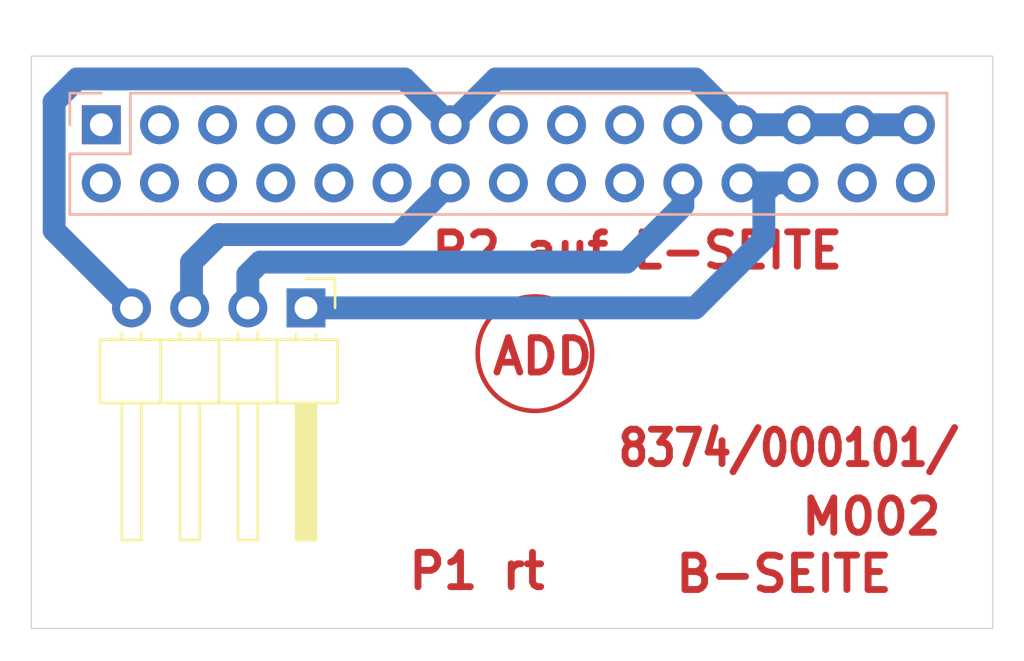
<source format=kicad_pcb>
(kicad_pcb (version 20241229) (generator "pcbnew") (generator_version "9.0")
  (layers (0 "F.Cu" signal) (2 "B.Cu" signal) (13 "F.Paste" user) (15 "B.Paste" user) (5 "F.SilkS" user "F.Silkscreen") (7 "B.SilkS" user "B.Silkscreen") (1 "F.Mask" user) (3 "B.Mask" user) (25 "Edge.Cuts" user))
  (net 0 "")
  (net 1 "VCC")
  (net 2 "GND")
  (net 3 "Net-(P1-Pin_1)")
  (net 4 "Net-(P1-Pin_3)")
  (footprint "MountingHole:MountingHole_3.7mm" (layer "F.Cu") (at 116 76)
    (property "Reference" "H1" (hide yes))
    (property "Value" "MountingHole" (hide yes))
    (pad "" np_thru_hole circle (at 0 0) (size 3.7 3.7) (drill 3.7) (layers "*.Cu" "*.Mask"))
  )
  (footprint "Connector_PinHeader_2.54mm:PinHeader_1x04_P2.54mm_Horizontal" (layer "F.Cu") (at 110 69 -90)
    (property "Reference" "P1" (at 11.5 -6 180) (layer "F.Cu") (effects (font (size 1.5 1.5) (thickness 0.3) (bold yes))))
    (property "Value" "rt" (at 11.5 -9.5 180) (layer "F.Cu") (effects (font (size 1.5 1.5) (thickness 0.3) (bold yes))))
    (fp_line (start 1.077358 8.05) (end 1.39 8.05) (stroke (width 0.12)) (layer "F.SilkS"))
    (fp_line (start 10.15 8.05) (end 4.15 8.05) (stroke (width 0.12)) (layer "F.SilkS"))
    (fp_line (start 1.077358 7.19) (end 1.39 7.19) (stroke (width 0.12)) (layer "F.SilkS"))
    (fp_line (start 4.15 7.19) (end 10.15 7.19) (stroke (width 0.12)) (layer "F.SilkS"))
    (fp_line (start 10.15 7.19) (end 10.15 8.05) (stroke (width 0.12)) (layer "F.SilkS"))
    (fp_line (start 1.39 6.35) (end 4.15 6.35) (stroke (width 0.12)) (layer "F.SilkS"))
    (fp_line (start 1.077358 5.51) (end 1.39 5.51) (stroke (width 0.12)) (layer "F.SilkS"))
    (fp_line (start 10.15 5.51) (end 4.15 5.51) (stroke (width 0.12)) (layer "F.SilkS"))
    (fp_line (start 1.077358 4.65) (end 1.39 4.65) (stroke (width 0.12)) (layer "F.SilkS"))
    (fp_line (start 4.15 4.65) (end 10.15 4.65) (stroke (width 0.12)) (layer "F.SilkS"))
    (fp_line (start 10.15 4.65) (end 10.15 5.51) (stroke (width 0.12)) (layer "F.SilkS"))
    (fp_line (start 1.39 3.81) (end 4.15 3.81) (stroke (width 0.12)) (layer "F.SilkS"))
    (fp_line (start 1.077358 2.97) (end 1.39 2.97) (stroke (width 0.12)) (layer "F.SilkS"))
    (fp_line (start 10.15 2.97) (end 4.15 2.97) (stroke (width 0.12)) (layer "F.SilkS"))
    (fp_line (start 1.077358 2.11) (end 1.39 2.11) (stroke (width 0.12)) (layer "F.SilkS"))
    (fp_line (start 4.15 2.11) (end 10.15 2.11) (stroke (width 0.12)) (layer "F.SilkS"))
    (fp_line (start 10.15 2.11) (end 10.15 2.97) (stroke (width 0.12)) (layer "F.SilkS"))
    (fp_line (start 1.39 1.27) (end 4.15 1.27) (stroke (width 0.12)) (layer "F.SilkS"))
    (fp_line (start 1.16 0.43) (end 1.39 0.43) (stroke (width 0.12)) (layer "F.SilkS"))
    (fp_line (start -1.27 0) (end -1.27 -1.27) (stroke (width 0.12)) (layer "F.SilkS"))
    (fp_line (start 1.16 -0.43) (end 1.39 -0.43) (stroke (width 0.12)) (layer "F.SilkS"))
    (fp_line (start -1.27 -1.27) (end 0 -1.27) (stroke (width 0.12)) (layer "F.SilkS"))
    (fp_rect (start 4.15 -0.43) (end 10.15 0.43) (stroke (width 0.12)) (fill yes) (layer "F.SilkS"))
    (fp_rect (start 1.39 -1.38) (end 4.15 9) (stroke (width 0.12)) (fill no) (layer "F.SilkS"))
    (pad "1" thru_hole rect (at 0 0 270) (size 1.7 1.7) (drill 1) (layers "*.Cu" "*.Mask") (net 3 "Net-(P1-Pin_1)"))
    (pad "2" thru_hole circle (at 0 2.54 270) (size 1.7 1.7) (drill 1) (layers "*.Cu" "*.Mask") (net 1 "VCC"))
    (pad "3" thru_hole circle (at 0 5.08 270) (size 1.7 1.7) (drill 1) (layers "*.Cu" "*.Mask") (net 4 "Net-(P1-Pin_3)"))
    (pad "4" thru_hole circle (at 0 7.62 270) (size 1.7 1.7) (drill 1) (layers "*.Cu" "*.Mask") (net 2 "GND"))
  )
  (footprint "Connector_PinHeader_2.54mm:PinHeader_2x15_P2.54mm_Vertical" (layer "B.Cu") (at 101.06 61 -90)
    (property "Reference" "P2" (at 5.5 -15.94 180) (layer "F.Cu") (effects (font (size 1.5 1.5) (thickness 0.3) (bold yes))))
    (property "Value" "auf L-SEITE" (at 5.5 -25.44 0) (layer "F.Cu") (effects (font (size 1.5 1.5) (thickness 0.3) (bold yes))))
    (fp_line (start -1.38 1.38) (end 0 1.38) (stroke (width 0.12)) (layer "B.SilkS"))
    (fp_line (start 1.27 1.38) (end 3.92 1.38) (stroke (width 0.12)) (layer "B.SilkS"))
    (fp_line (start 3.92 1.38) (end 3.92 -36.94) (stroke (width 0.12)) (layer "B.SilkS"))
    (fp_line (start -1.38 0) (end -1.38 1.38) (stroke (width 0.12)) (layer "B.SilkS"))
    (fp_line (start -1.38 -1.27) (end 1.27 -1.27) (stroke (width 0.12)) (layer "B.SilkS"))
    (fp_line (start -1.38 -1.27) (end -1.38 -36.94) (stroke (width 0.12)) (layer "B.SilkS"))
    (fp_line (start 1.27 -1.27) (end 1.27 1.38) (stroke (width 0.12)) (layer "B.SilkS"))
    (fp_line (start -1.38 -36.94) (end 3.92 -36.94) (stroke (width 0.12)) (layer "B.SilkS"))
    (pad "1" thru_hole rect (at 0 0 270) (size 1.7 1.7) (drill 1) (layers "*.Cu" "*.Mask"))
    (pad "2" thru_hole circle (at 2.54 0 270) (size 1.7 1.7) (drill 1) (layers "*.Cu" "*.Mask"))
    (pad "3" thru_hole circle (at 0 -2.54 270) (size 1.7 1.7) (drill 1) (layers "*.Cu" "*.Mask"))
    (pad "4" thru_hole circle (at 2.54 -2.54 270) (size 1.7 1.7) (drill 1) (layers "*.Cu" "*.Mask"))
    (pad "5" thru_hole circle (at 0 -5.08 270) (size 1.7 1.7) (drill 1) (layers "*.Cu" "*.Mask"))
    (pad "6" thru_hole circle (at 2.54 -5.08 270) (size 1.7 1.7) (drill 1) (layers "*.Cu" "*.Mask"))
    (pad "7" thru_hole circle (at 0 -7.62 270) (size 1.7 1.7) (drill 1) (layers "*.Cu" "*.Mask"))
    (pad "8" thru_hole circle (at 2.54 -7.62 270) (size 1.7 1.7) (drill 1) (layers "*.Cu" "*.Mask"))
    (pad "9" thru_hole circle (at 0 -10.16 270) (size 1.7 1.7) (drill 1) (layers "*.Cu" "*.Mask"))
    (pad "10" thru_hole circle (at 2.54 -10.16 270) (size 1.7 1.7) (drill 1) (layers "*.Cu" "*.Mask"))
    (pad "11" thru_hole circle (at 0 -12.7 270) (size 1.7 1.7) (drill 1) (layers "*.Cu" "*.Mask"))
    (pad "12" thru_hole circle (at 2.54 -12.7 270) (size 1.7 1.7) (drill 1) (layers "*.Cu" "*.Mask"))
    (pad "13" thru_hole circle (at 0 -15.24 270) (size 1.7 1.7) (drill 1) (layers "*.Cu" "*.Mask") (net 2 "GND"))
    (pad "14" thru_hole circle (at 2.54 -15.24 270) (size 1.7 1.7) (drill 1) (layers "*.Cu" "*.Mask") (net 4 "Net-(P1-Pin_3)"))
    (pad "15" thru_hole circle (at 0 -17.78 270) (size 1.7 1.7) (drill 1) (layers "*.Cu" "*.Mask"))
    (pad "16" thru_hole circle (at 2.54 -17.78 270) (size 1.7 1.7) (drill 1) (layers "*.Cu" "*.Mask"))
    (pad "17" thru_hole circle (at 0 -20.32 270) (size 1.7 1.7) (drill 1) (layers "*.Cu" "*.Mask"))
    (pad "18" thru_hole circle (at 2.54 -20.32 270) (size 1.7 1.7) (drill 1) (layers "*.Cu" "*.Mask"))
    (pad "19" thru_hole circle (at 0 -22.86 270) (size 1.7 1.7) (drill 1) (layers "*.Cu" "*.Mask"))
    (pad "20" thru_hole circle (at 2.54 -22.86 270) (size 1.7 1.7) (drill 1) (layers "*.Cu" "*.Mask"))
    (pad "21" thru_hole circle (at 0 -25.4 270) (size 1.7 1.7) (drill 1) (layers "*.Cu" "*.Mask"))
    (pad "22" thru_hole circle (at 2.54 -25.4 270) (size 1.7 1.7) (drill 1) (layers "*.Cu" "*.Mask") (net 1 "VCC"))
    (pad "23" thru_hole circle (at 0 -27.94 270) (size 1.7 1.7) (drill 1) (layers "*.Cu" "*.Mask") (net 2 "GND"))
    (pad "24" thru_hole circle (at 2.54 -27.94 270) (size 1.7 1.7) (drill 1) (layers "*.Cu" "*.Mask") (net 3 "Net-(P1-Pin_1)"))
    (pad "25" thru_hole circle (at 0 -30.48 270) (size 1.7 1.7) (drill 1) (layers "*.Cu" "*.Mask") (net 2 "GND"))
    (pad "26" thru_hole circle (at 2.54 -30.48 270) (size 1.7 1.7) (drill 1) (layers "*.Cu" "*.Mask") (net 3 "Net-(P1-Pin_1)"))
    (pad "27" thru_hole circle (at 0 -33.02 270) (size 1.7 1.7) (drill 1) (layers "*.Cu" "*.Mask") (net 2 "GND"))
    (pad "28" thru_hole circle (at 2.54 -33.02 270) (size 1.7 1.7) (drill 1) (layers "*.Cu" "*.Mask"))
    (pad "29" thru_hole circle (at 0 -35.56 270) (size 1.7 1.7) (drill 1) (layers "*.Cu" "*.Mask") (net 2 "GND"))
    (pad "30" thru_hole circle (at 2.54 -35.56 270) (size 1.7 1.7) (drill 1) (layers "*.Cu" "*.Mask"))
  )
  (gr_circle (center 120 71) (end 122.5 71) (stroke (width 0.2)) (fill no) (layer "F.Cu"))
  (gr_rect (start 98 58) (end 140 83) (stroke (width 0.05)) (fill no) (layer "Edge.Cuts"))
  (gr_text "ADD" (at 118 72 0) (layer "F.Cu") (effects (font (size 1.5 1.5) (thickness 0.3) (bold yes)) (justify left bottom)))
  (gr_text "8374/000101/" (at 123.5 76 0) (layer "F.Cu") (effects (font (size 1.5 1.27) (thickness 0.3) (bold yes)) (justify left bottom)))
  (gr_text "M002" (at 131.5 79 0) (layer "F.Cu") (effects (font (size 1.5 1.5) (thickness 0.3) (bold yes)) (justify left bottom)))
  (gr_text "B-SEITE" (at 126 81.5 0) (layer "F.Cu") (effects (font (size 1.5 1.5) (thickness 0.3) (bold yes)) (justify left bottom)))
  (segment (start 107.46 69) (end 107.46 67.54) (width 1) (layer "B.Cu") (net 1))
  (segment (start 107.46 67.54) (end 108 67) (width 1) (layer "B.Cu") (net 1))
  (segment (start 124 67) (end 126.46 64.54) (width 1) (layer "B.Cu") (net 1))
  (segment (start 126.46 64.54) (end 126.46 63.54) (width 1) (layer "B.Cu") (net 1))
  (segment (start 108 67) (end 124 67) (width 1) (layer "B.Cu") (net 1))
  (segment (start 127 59) (end 129 61) (width 1) (layer "B.Cu") (net 2))
  (segment (start 136.62 61) (end 129 61) (width 1) (layer "B.Cu") (net 2))
  (segment (start 116.3 61) (end 118.3 59) (width 1) (layer "B.Cu") (net 2))
  (segment (start 114.3 59) (end 100 59) (width 1) (layer "B.Cu") (net 2))
  (segment (start 100 59) (end 99 60) (width 1) (layer "B.Cu") (net 2))
  (segment (start 118.3 59) (end 127 59) (width 1) (layer "B.Cu") (net 2))
  (segment (start 99 60) (end 99 65.62) (width 1) (layer "B.Cu") (net 2))
  (segment (start 116.3 61) (end 114.3 59) (width 1) (layer "B.Cu") (net 2))
  (segment (start 99 65.62) (end 102.38 69) (width 1) (layer "B.Cu") (net 2))
  (segment (start 130.46 63.54) (end 131.54 63.54) (width 1) (layer "B.Cu") (net 3))
  (segment (start 127 69) (end 130 66) (width 1) (layer "B.Cu") (net 3))
  (segment (start 130 66) (end 130 64) (width 1) (layer "B.Cu") (net 3))
  (segment (start 110 69) (end 127 69) (width 1) (layer "B.Cu") (net 3))
  (segment (start 130 64) (end 130.46 63.54) (width 1) (layer "B.Cu") (net 3))
  (segment (start 129 63.54) (end 130.46 63.54) (width 1) (layer "B.Cu") (net 3))
  (segment (start 114.041 65.799) (end 116.3 63.54) (width 1) (layer "B.Cu") (net 4))
  (segment (start 106.201 65.799) (end 114.041 65.799) (width 1) (layer "B.Cu") (net 4))
  (segment (start 105 68.92) (end 105 67) (width 1) (layer "B.Cu") (net 4))
  (segment (start 104.92 69) (end 105 68.92) (width 1) (layer "B.Cu") (net 4))
  (segment (start 105 67) (end 106.201 65.799) (width 1) (layer "B.Cu") (net 4))
)
</source>
